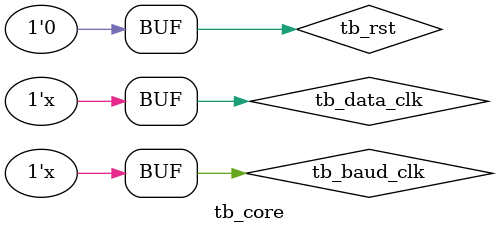
<source format=v>

`timescale 1 ns/10 ps


module tb_core;
  
  reg         tb_data_clk = 0;
  reg         tb_baud_clk = 0;
  reg         tb_rst = 0;
  reg         tb_uart_rx = 1;
  wire        tb_uart_tx;
  reg  [ 2:0] tb_string_sel = 0;
  reg  [ 9:0] tb_send_string = 0;
  
  integer string_counter = 0;
  
  integer rx_counter = 0;
  
  localparam string_len = 109;
  
  reg [87:0] TB_SELA_SET = {"SELA;Hx55;", 8'h0D};
  reg [87:0] TB_SELB_SET = {"SELB;Hx88;", 8'h0D};
  reg [87:0] TB_STAR_SET = {"START;NOW;", 8'h0D};
  reg [87:0] TB_ANSW_REC = 0;

  //1ns
  localparam BAUD_CLK_PERIOD  = 4000;
  localparam CLK_PERIOD       = 10;
  localparam RST_PERIOD       = 1000;
  localparam CLK_SPEED_HZ     = 1000000000/CLK_PERIOD;
  
  //device under test
  //uart 1553 core
  util_uart_puf_core #(
    .clock_speed(CLK_SPEED_HZ),
    .uart_baud_clock_speed(CLK_SPEED_HZ),
    .uart_baud_rate(250000),
    .uart_parity_ena(0),
    .uart_parity_type(1),
    .uart_stop_bits(1),
    .uart_data_bits(8),
    .uart_rx_delay(0)
  ) dut (
    //master clock and reset.
    .aclk(tb_data_clk),
    .arstn(~tb_rst),
    //uart clocks
    .uart_clk(tb_data_clk),
    .uart_rstn(~tb_rst),
    //uart i/o
    .rx_UART(tb_uart_rx),
    .tx_UART(tb_uart_tx),
    .rts_UART(),
    .cts_UART(1'b1)
  );
    
  //reset
  initial
  begin
    tb_rst <= 1'b1;
    
    #RST_PERIOD;
    
    tb_rst <= 1'b0;
  end
  
  //copy pasta, vcd generation
  initial
  begin
    $dumpfile("sim/icarus/tb_core.vcd");
    $dumpvars(0, tb_core);
  end
  
  //clock
  always
  begin
    tb_data_clk <= ~tb_data_clk;
    
    #(CLK_PERIOD/2);
  end
  
  //clock
  always
  begin
    tb_baud_clk <= ~tb_baud_clk;
    
    #(BAUD_CLK_PERIOD/2);
  end
  
  
  //produce data
  always @(posedge tb_baud_clk)
  begin
    if (tb_rst == 1'b1) begin
      tb_uart_rx      <= 1'b1;
      tb_string_sel   <= 3'b001;
      string_counter  <= 9;
      rx_counter      <= 0;
      tb_send_string  <= 10'b1000000000;
      TB_SELA_SET <= {TB_SELA_SET[79:0], TB_SELA_SET[87:80]};
      tb_send_string[8:1] <= TB_SELA_SET[87:80];
    end else begin
      string_counter <= string_counter + 1;
      rx_counter     <= rx_counter + 1;
      
      tb_uart_rx <= tb_send_string[rx_counter];
      
      TB_ANSW_REC <= {tb_uart_tx, TB_ANSW_REC[87:1]};
      
      if(rx_counter >= 9) begin
        case(tb_string_sel)
          3'b001: begin
            TB_SELA_SET <= {TB_SELA_SET[79:0], TB_SELA_SET[87:80]};
            tb_send_string[8:1] <= TB_SELA_SET[87:80];
          end
          3'b010: begin
            TB_SELB_SET <= {TB_SELB_SET[79:0], TB_SELB_SET[87:80]};
            tb_send_string[8:1] <= TB_SELB_SET[87:80];
          end
          3'b100: begin
            TB_STAR_SET <= {TB_STAR_SET[79:0], TB_STAR_SET[87:80]};
            tb_send_string[8:1] <= TB_STAR_SET[87:80];
          end
        endcase
        
        rx_counter <= 0;
      end
      
      if(string_counter >= string_len) begin
        string_counter  <= 0;
        tb_string_sel   <= {tb_string_sel[1:0], tb_string_sel[2]};
      end
    end
  end
  
  //copy pasta, no way to set runtime... this works in vivado as well.
//   initial begin
//     #2_000_000; // Wait a long time in simulation units (adjust as needed).
//     $display("END SIMULATION");
//     $finish;
//   end
endmodule


</source>
